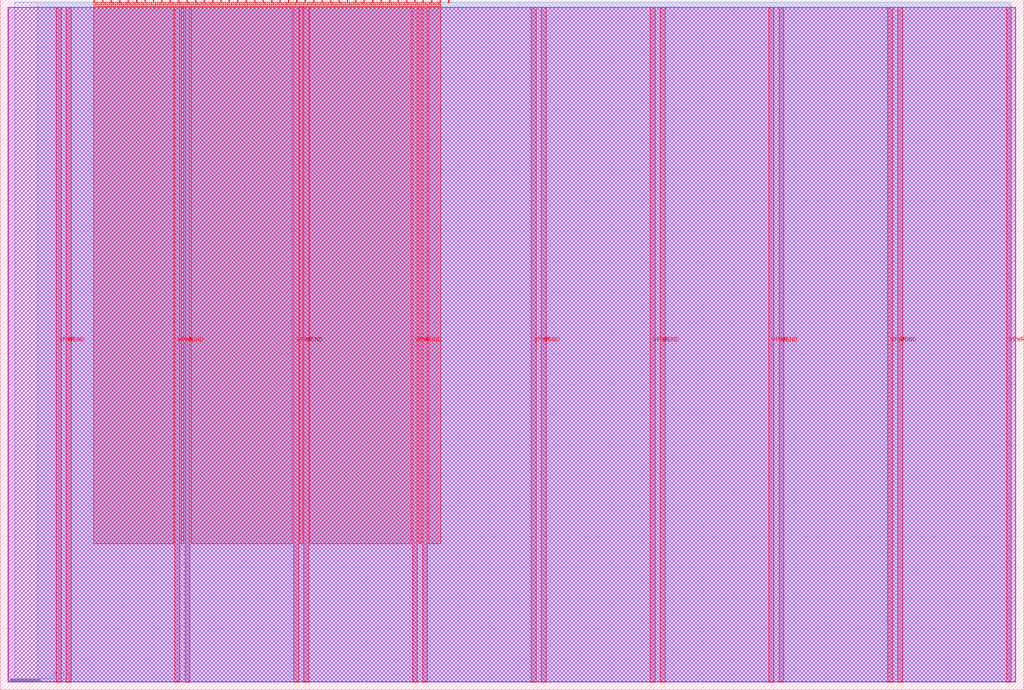
<source format=lef>
VERSION 5.7 ;
  NOWIREEXTENSIONATPIN ON ;
  DIVIDERCHAR "/" ;
  BUSBITCHARS "[]" ;
MACRO tt_um_LIF_neuron
  CLASS BLOCK ;
  FOREIGN tt_um_LIF_neuron ;
  ORIGIN 0.000 0.000 ;
  SIZE 334.880 BY 225.760 ;
  PIN VGND
    DIRECTION INOUT ;
    USE GROUND ;
    PORT
      LAYER met4 ;
        RECT 21.580 2.480 23.180 223.280 ;
    END
    PORT
      LAYER met4 ;
        RECT 60.450 2.480 62.050 223.280 ;
    END
    PORT
      LAYER met4 ;
        RECT 99.320 2.480 100.920 223.280 ;
    END
    PORT
      LAYER met4 ;
        RECT 138.190 2.480 139.790 223.280 ;
    END
    PORT
      LAYER met4 ;
        RECT 177.060 2.480 178.660 223.280 ;
    END
    PORT
      LAYER met4 ;
        RECT 215.930 2.480 217.530 223.280 ;
    END
    PORT
      LAYER met4 ;
        RECT 254.800 2.480 256.400 223.280 ;
    END
    PORT
      LAYER met4 ;
        RECT 293.670 2.480 295.270 223.280 ;
    END
  END VGND
  PIN VPWR
    DIRECTION INOUT ;
    USE POWER ;
    PORT
      LAYER met4 ;
        RECT 18.280 2.480 19.880 223.280 ;
    END
    PORT
      LAYER met4 ;
        RECT 57.150 2.480 58.750 223.280 ;
    END
    PORT
      LAYER met4 ;
        RECT 96.020 2.480 97.620 223.280 ;
    END
    PORT
      LAYER met4 ;
        RECT 134.890 2.480 136.490 223.280 ;
    END
    PORT
      LAYER met4 ;
        RECT 173.760 2.480 175.360 223.280 ;
    END
    PORT
      LAYER met4 ;
        RECT 212.630 2.480 214.230 223.280 ;
    END
    PORT
      LAYER met4 ;
        RECT 251.500 2.480 253.100 223.280 ;
    END
    PORT
      LAYER met4 ;
        RECT 290.370 2.480 291.970 223.280 ;
    END
    PORT
      LAYER met4 ;
        RECT 329.240 2.480 330.840 223.280 ;
    END
  END VPWR
  PIN clk
    DIRECTION INPUT ;
    USE SIGNAL ;
    ANTENNAGATEAREA 0.852000 ;
    PORT
      LAYER met4 ;
        RECT 143.830 224.760 144.130 225.760 ;
    END
  END clk
  PIN ena
    DIRECTION INPUT ;
    USE SIGNAL ;
    PORT
      LAYER met4 ;
        RECT 146.590 224.760 146.890 225.760 ;
    END
  END ena
  PIN rst_n
    DIRECTION INPUT ;
    USE SIGNAL ;
    ANTENNAGATEAREA 0.196500 ;
    PORT
      LAYER met4 ;
        RECT 141.070 224.760 141.370 225.760 ;
    END
  END rst_n
  PIN ui_in[0]
    DIRECTION INPUT ;
    USE SIGNAL ;
    ANTENNAGATEAREA 0.213000 ;
    PORT
      LAYER met4 ;
        RECT 138.310 224.760 138.610 225.760 ;
    END
  END ui_in[0]
  PIN ui_in[1]
    DIRECTION INPUT ;
    USE SIGNAL ;
    ANTENNAGATEAREA 0.159000 ;
    PORT
      LAYER met4 ;
        RECT 135.550 224.760 135.850 225.760 ;
    END
  END ui_in[1]
  PIN ui_in[2]
    DIRECTION INPUT ;
    USE SIGNAL ;
    ANTENNAGATEAREA 0.159000 ;
    PORT
      LAYER met4 ;
        RECT 132.790 224.760 133.090 225.760 ;
    END
  END ui_in[2]
  PIN ui_in[3]
    DIRECTION INPUT ;
    USE SIGNAL ;
    ANTENNAGATEAREA 0.213000 ;
    PORT
      LAYER met4 ;
        RECT 130.030 224.760 130.330 225.760 ;
    END
  END ui_in[3]
  PIN ui_in[4]
    DIRECTION INPUT ;
    USE SIGNAL ;
    ANTENNAGATEAREA 0.159000 ;
    PORT
      LAYER met4 ;
        RECT 127.270 224.760 127.570 225.760 ;
    END
  END ui_in[4]
  PIN ui_in[5]
    DIRECTION INPUT ;
    USE SIGNAL ;
    ANTENNAGATEAREA 0.159000 ;
    PORT
      LAYER met4 ;
        RECT 124.510 224.760 124.810 225.760 ;
    END
  END ui_in[5]
  PIN ui_in[6]
    DIRECTION INPUT ;
    USE SIGNAL ;
    ANTENNAGATEAREA 0.159000 ;
    PORT
      LAYER met4 ;
        RECT 121.750 224.760 122.050 225.760 ;
    END
  END ui_in[6]
  PIN ui_in[7]
    DIRECTION INPUT ;
    USE SIGNAL ;
    ANTENNAGATEAREA 0.159000 ;
    PORT
      LAYER met4 ;
        RECT 118.990 224.760 119.290 225.760 ;
    END
  END ui_in[7]
  PIN uio_in[0]
    DIRECTION INPUT ;
    USE SIGNAL ;
    ANTENNAGATEAREA 0.159000 ;
    PORT
      LAYER met4 ;
        RECT 116.230 224.760 116.530 225.760 ;
    END
  END uio_in[0]
  PIN uio_in[1]
    DIRECTION INPUT ;
    USE SIGNAL ;
    ANTENNAGATEAREA 0.159000 ;
    PORT
      LAYER met4 ;
        RECT 113.470 224.760 113.770 225.760 ;
    END
  END uio_in[1]
  PIN uio_in[2]
    DIRECTION INPUT ;
    USE SIGNAL ;
    ANTENNAGATEAREA 0.159000 ;
    PORT
      LAYER met4 ;
        RECT 110.710 224.760 111.010 225.760 ;
    END
  END uio_in[2]
  PIN uio_in[3]
    DIRECTION INPUT ;
    USE SIGNAL ;
    ANTENNAGATEAREA 0.159000 ;
    PORT
      LAYER met4 ;
        RECT 107.950 224.760 108.250 225.760 ;
    END
  END uio_in[3]
  PIN uio_in[4]
    DIRECTION INPUT ;
    USE SIGNAL ;
    ANTENNAGATEAREA 0.213000 ;
    PORT
      LAYER met4 ;
        RECT 105.190 224.760 105.490 225.760 ;
    END
  END uio_in[4]
  PIN uio_in[5]
    DIRECTION INPUT ;
    USE SIGNAL ;
    ANTENNAGATEAREA 0.213000 ;
    PORT
      LAYER met4 ;
        RECT 102.430 224.760 102.730 225.760 ;
    END
  END uio_in[5]
  PIN uio_in[6]
    DIRECTION INPUT ;
    USE SIGNAL ;
    ANTENNAGATEAREA 0.213000 ;
    PORT
      LAYER met4 ;
        RECT 99.670 224.760 99.970 225.760 ;
    END
  END uio_in[6]
  PIN uio_in[7]
    DIRECTION INPUT ;
    USE SIGNAL ;
    ANTENNAGATEAREA 0.159000 ;
    PORT
      LAYER met4 ;
        RECT 96.910 224.760 97.210 225.760 ;
    END
  END uio_in[7]
  PIN uio_oe[0]
    DIRECTION OUTPUT ;
    USE SIGNAL ;
    ANTENNADIFFAREA 0.795200 ;
    PORT
      LAYER met4 ;
        RECT 49.990 224.760 50.290 225.760 ;
    END
  END uio_oe[0]
  PIN uio_oe[1]
    DIRECTION OUTPUT ;
    USE SIGNAL ;
    PORT
      LAYER met4 ;
        RECT 47.230 224.760 47.530 225.760 ;
    END
  END uio_oe[1]
  PIN uio_oe[2]
    DIRECTION OUTPUT ;
    USE SIGNAL ;
    PORT
      LAYER met4 ;
        RECT 44.470 224.760 44.770 225.760 ;
    END
  END uio_oe[2]
  PIN uio_oe[3]
    DIRECTION OUTPUT ;
    USE SIGNAL ;
    PORT
      LAYER met4 ;
        RECT 41.710 224.760 42.010 225.760 ;
    END
  END uio_oe[3]
  PIN uio_oe[4]
    DIRECTION OUTPUT ;
    USE SIGNAL ;
    PORT
      LAYER met4 ;
        RECT 38.950 224.760 39.250 225.760 ;
    END
  END uio_oe[4]
  PIN uio_oe[5]
    DIRECTION OUTPUT ;
    USE SIGNAL ;
    PORT
      LAYER met4 ;
        RECT 36.190 224.760 36.490 225.760 ;
    END
  END uio_oe[5]
  PIN uio_oe[6]
    DIRECTION OUTPUT ;
    USE SIGNAL ;
    PORT
      LAYER met4 ;
        RECT 33.430 224.760 33.730 225.760 ;
    END
  END uio_oe[6]
  PIN uio_oe[7]
    DIRECTION OUTPUT ;
    USE SIGNAL ;
    PORT
      LAYER met4 ;
        RECT 30.670 224.760 30.970 225.760 ;
    END
  END uio_oe[7]
  PIN uio_out[0]
    DIRECTION OUTPUT ;
    USE SIGNAL ;
    ANTENNADIFFAREA 0.795200 ;
    PORT
      LAYER met4 ;
        RECT 72.070 224.760 72.370 225.760 ;
    END
  END uio_out[0]
  PIN uio_out[1]
    DIRECTION OUTPUT ;
    USE SIGNAL ;
    ANTENNAGATEAREA 0.742500 ;
    ANTENNADIFFAREA 0.891000 ;
    PORT
      LAYER met4 ;
        RECT 69.310 224.760 69.610 225.760 ;
    END
  END uio_out[1]
  PIN uio_out[2]
    DIRECTION OUTPUT ;
    USE SIGNAL ;
    ANTENNAGATEAREA 0.126000 ;
    ANTENNADIFFAREA 1.431000 ;
    PORT
      LAYER met4 ;
        RECT 66.550 224.760 66.850 225.760 ;
    END
  END uio_out[2]
  PIN uio_out[3]
    DIRECTION OUTPUT ;
    USE SIGNAL ;
    ANTENNAGATEAREA 0.126000 ;
    ANTENNADIFFAREA 0.891000 ;
    PORT
      LAYER met4 ;
        RECT 63.790 224.760 64.090 225.760 ;
    END
  END uio_out[3]
  PIN uio_out[4]
    DIRECTION OUTPUT ;
    USE SIGNAL ;
    ANTENNAGATEAREA 0.126000 ;
    ANTENNADIFFAREA 0.891000 ;
    PORT
      LAYER met4 ;
        RECT 61.030 224.760 61.330 225.760 ;
    END
  END uio_out[4]
  PIN uio_out[5]
    DIRECTION OUTPUT ;
    USE SIGNAL ;
    ANTENNAGATEAREA 0.126000 ;
    ANTENNADIFFAREA 0.891000 ;
    PORT
      LAYER met4 ;
        RECT 58.270 224.760 58.570 225.760 ;
    END
  END uio_out[5]
  PIN uio_out[6]
    DIRECTION OUTPUT ;
    USE SIGNAL ;
    ANTENNAGATEAREA 0.126000 ;
    ANTENNADIFFAREA 0.891000 ;
    PORT
      LAYER met4 ;
        RECT 55.510 224.760 55.810 225.760 ;
    END
  END uio_out[6]
  PIN uio_out[7]
    DIRECTION OUTPUT ;
    USE SIGNAL ;
    ANTENNAGATEAREA 0.126000 ;
    ANTENNADIFFAREA 0.891000 ;
    PORT
      LAYER met4 ;
        RECT 52.750 224.760 53.050 225.760 ;
    END
  END uio_out[7]
  PIN uo_out[0]
    DIRECTION OUTPUT ;
    USE SIGNAL ;
    ANTENNAGATEAREA 0.126000 ;
    ANTENNADIFFAREA 0.891000 ;
    PORT
      LAYER met4 ;
        RECT 94.150 224.760 94.450 225.760 ;
    END
  END uo_out[0]
  PIN uo_out[1]
    DIRECTION OUTPUT ;
    USE SIGNAL ;
    ANTENNAGATEAREA 0.126000 ;
    ANTENNADIFFAREA 0.924000 ;
    PORT
      LAYER met4 ;
        RECT 91.390 224.760 91.690 225.760 ;
    END
  END uo_out[1]
  PIN uo_out[2]
    DIRECTION OUTPUT ;
    USE SIGNAL ;
    ANTENNAGATEAREA 0.126000 ;
    ANTENNADIFFAREA 0.891000 ;
    PORT
      LAYER met4 ;
        RECT 88.630 224.760 88.930 225.760 ;
    END
  END uo_out[2]
  PIN uo_out[3]
    DIRECTION OUTPUT ;
    USE SIGNAL ;
    ANTENNAGATEAREA 0.126000 ;
    ANTENNADIFFAREA 0.924000 ;
    PORT
      LAYER met4 ;
        RECT 85.870 224.760 86.170 225.760 ;
    END
  END uo_out[3]
  PIN uo_out[4]
    DIRECTION OUTPUT ;
    USE SIGNAL ;
    ANTENNAGATEAREA 0.126000 ;
    ANTENNADIFFAREA 0.891000 ;
    PORT
      LAYER met4 ;
        RECT 83.110 224.760 83.410 225.760 ;
    END
  END uo_out[4]
  PIN uo_out[5]
    DIRECTION OUTPUT ;
    USE SIGNAL ;
    ANTENNAGATEAREA 0.126000 ;
    ANTENNADIFFAREA 0.924000 ;
    PORT
      LAYER met4 ;
        RECT 80.350 224.760 80.650 225.760 ;
    END
  END uo_out[5]
  PIN uo_out[6]
    DIRECTION OUTPUT ;
    USE SIGNAL ;
    ANTENNAGATEAREA 0.126000 ;
    ANTENNADIFFAREA 0.891000 ;
    PORT
      LAYER met4 ;
        RECT 77.590 224.760 77.890 225.760 ;
    END
  END uo_out[6]
  PIN uo_out[7]
    DIRECTION OUTPUT ;
    USE SIGNAL ;
    ANTENNAGATEAREA 0.126000 ;
    ANTENNADIFFAREA 0.924000 ;
    PORT
      LAYER met4 ;
        RECT 74.830 224.760 75.130 225.760 ;
    END
  END uo_out[7]
  OBS
      LAYER nwell ;
        RECT 2.570 2.635 332.310 223.230 ;
      LAYER li1 ;
        RECT 2.760 2.635 332.120 223.125 ;
      LAYER met1 ;
        RECT 2.460 2.480 332.120 223.280 ;
      LAYER met2 ;
        RECT 4.700 2.535 330.810 224.925 ;
      LAYER met3 ;
        RECT 12.025 2.555 330.830 224.905 ;
      LAYER met4 ;
        RECT 31.370 224.360 33.030 224.905 ;
        RECT 34.130 224.360 35.790 224.905 ;
        RECT 36.890 224.360 38.550 224.905 ;
        RECT 39.650 224.360 41.310 224.905 ;
        RECT 42.410 224.360 44.070 224.905 ;
        RECT 45.170 224.360 46.830 224.905 ;
        RECT 47.930 224.360 49.590 224.905 ;
        RECT 50.690 224.360 52.350 224.905 ;
        RECT 53.450 224.360 55.110 224.905 ;
        RECT 56.210 224.360 57.870 224.905 ;
        RECT 58.970 224.360 60.630 224.905 ;
        RECT 61.730 224.360 63.390 224.905 ;
        RECT 64.490 224.360 66.150 224.905 ;
        RECT 67.250 224.360 68.910 224.905 ;
        RECT 70.010 224.360 71.670 224.905 ;
        RECT 72.770 224.360 74.430 224.905 ;
        RECT 75.530 224.360 77.190 224.905 ;
        RECT 78.290 224.360 79.950 224.905 ;
        RECT 81.050 224.360 82.710 224.905 ;
        RECT 83.810 224.360 85.470 224.905 ;
        RECT 86.570 224.360 88.230 224.905 ;
        RECT 89.330 224.360 90.990 224.905 ;
        RECT 92.090 224.360 93.750 224.905 ;
        RECT 94.850 224.360 96.510 224.905 ;
        RECT 97.610 224.360 99.270 224.905 ;
        RECT 100.370 224.360 102.030 224.905 ;
        RECT 103.130 224.360 104.790 224.905 ;
        RECT 105.890 224.360 107.550 224.905 ;
        RECT 108.650 224.360 110.310 224.905 ;
        RECT 111.410 224.360 113.070 224.905 ;
        RECT 114.170 224.360 115.830 224.905 ;
        RECT 116.930 224.360 118.590 224.905 ;
        RECT 119.690 224.360 121.350 224.905 ;
        RECT 122.450 224.360 124.110 224.905 ;
        RECT 125.210 224.360 126.870 224.905 ;
        RECT 127.970 224.360 129.630 224.905 ;
        RECT 130.730 224.360 132.390 224.905 ;
        RECT 133.490 224.360 135.150 224.905 ;
        RECT 136.250 224.360 137.910 224.905 ;
        RECT 139.010 224.360 140.670 224.905 ;
        RECT 141.770 224.360 143.430 224.905 ;
        RECT 30.655 223.680 144.145 224.360 ;
        RECT 30.655 47.775 56.750 223.680 ;
        RECT 59.150 47.775 60.050 223.680 ;
        RECT 62.450 47.775 95.620 223.680 ;
        RECT 98.020 47.775 98.920 223.680 ;
        RECT 101.320 47.775 134.490 223.680 ;
        RECT 136.890 47.775 137.790 223.680 ;
        RECT 140.190 47.775 144.145 223.680 ;
  END
END tt_um_LIF_neuron
END LIBRARY


</source>
